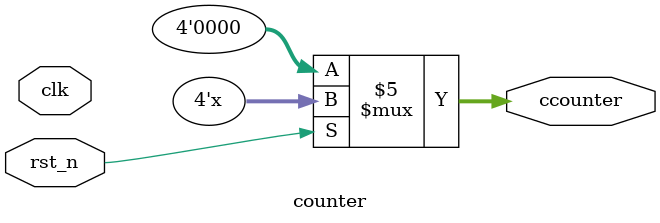
<source format=v>
module counter(
    input clk,
    input rst_n,
    output reg [3:0] ccounter
);

always @(*) begin
    if(!rst_n)
        ccounter <= 0;
    else
        ccounter <= ccounter + 1;
end

endmodule



</source>
